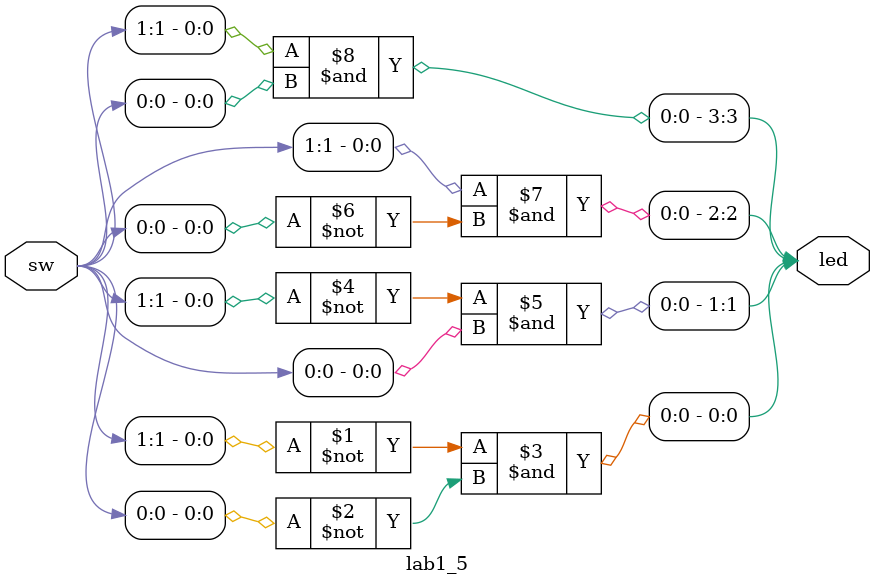
<source format=v>
module lab1_5(sw, led);
input [1:0] sw;
output [3:0] led;

assign led = {
	sw[1] & sw[0],
	sw[1] & ~sw[0],
	~sw[1] & sw[0],
	~sw[1] & ~sw[0]
};

endmodule

</source>
